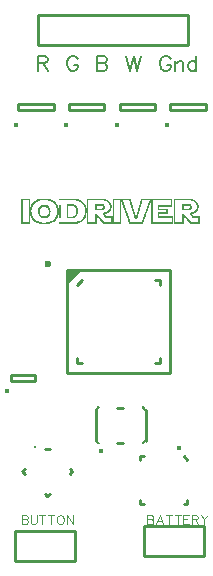
<source format=gto>
G04 DipTrace 2.4.0.2*
%INIoDriverRevF2.gto*%
%MOIN*%
%ADD10C,0.0098*%
%ADD12C,0.003*%
%ADD15C,0.0118*%
%ADD17C,0.0157*%
%ADD23C,0.0236*%
%ADD31C,0.0154*%
%ADD42O,0.0154X0.0162*%
%ADD104C,0.0077*%
%ADD105C,0.0046*%
%FSLAX44Y44*%
G04*
G70*
G90*
G75*
G01*
%LNTopSilk*%
%LPD*%
X9937Y21249D2*
D10*
X4937D1*
Y22250D1*
X9937D1*
Y21249D1*
X4187Y5062D2*
X6187D1*
Y4062D1*
X4187D1*
Y5062D1*
X8477Y5206D2*
X10477D1*
Y4206D1*
X8477D1*
Y5206D1*
D31*
X3918Y9721D3*
X4049Y10065D2*
D10*
X4837D1*
Y10261D1*
X4049D1*
Y10065D1*
D31*
X7566Y18602D3*
X7658Y19104D2*
D10*
X8839D1*
Y19301D1*
X7658D1*
Y19104D1*
D31*
X5879Y18602D3*
X5971Y19104D2*
D10*
X7152D1*
Y19301D1*
X5971D1*
Y19104D1*
D31*
X4191Y18602D3*
X4283Y19104D2*
D10*
X5464D1*
Y19301D1*
X4283D1*
Y19104D1*
D31*
X9254Y18602D3*
X9346Y19104D2*
D10*
X10527D1*
Y19301D1*
X9346D1*
Y19104D1*
X5906Y13762D2*
X9331D1*
Y10337D1*
X5906D1*
Y13762D1*
D23*
X5256Y13940D3*
G36*
X5914Y13746D2*
X6288Y13739D1*
X5914Y13746D1*
G37*
G36*
X5965Y13782D2*
X6437D1*
X5886Y13231D1*
X5965Y13782D1*
G37*
X8839Y13428D2*
D10*
X8997D1*
Y13270D1*
X8839Y10672D2*
X8997D1*
Y10829D2*
Y10672D1*
X6239D2*
X6397D1*
X6239Y10829D2*
Y10672D1*
X6397Y13428D2*
X6239Y13270D1*
X5994Y7131D2*
X6077Y7048D1*
X5994Y6964D1*
X5158Y6296D2*
X5242Y6212D1*
X5325Y6296D2*
X5242Y6212D1*
X4407Y7048D2*
X4490Y6964D1*
Y7131D2*
X4407Y7048D1*
D15*
X4852Y7855D3*
X5325Y7800D2*
D10*
X5158Y7799D1*
X9802Y7540D2*
X9920Y7422D1*
X8345Y7540D2*
Y7422D1*
Y7540D2*
X8463D1*
X8345Y5964D2*
X8463D1*
X8345D2*
Y6082D1*
X9920Y5964D2*
X9802D1*
X9920D2*
Y6082D1*
D42*
X9623Y7813D3*
X7781Y7987D2*
D10*
X7584D1*
X6868Y8066D2*
Y9090D1*
X7781Y9168D2*
X7584D1*
X8522Y9090D2*
Y8066D1*
X8444Y7987D2*
G02X8522Y8066I79J0D01*
G01*
X6868D2*
G02X6947Y7987I0J-79D01*
G01*
X8522Y9090D2*
G02X8444Y9168I0J79D01*
G01*
X6947D2*
G02X6868Y9090I-79J0D01*
G01*
D17*
X7035Y7737D3*
X5030Y16137D2*
D12*
X5240D1*
X4387Y16122D2*
X4641D1*
X4974D2*
X5293D1*
X5644D2*
X6212D1*
X6571D2*
X7140D1*
X7424D2*
X7992D1*
X8381D2*
X9384D1*
X9473D2*
X10042D1*
X4387Y16107D2*
X4641D1*
X4927D2*
X5019D1*
X5233D2*
X5340D1*
X5644D2*
X6261D1*
X6571D2*
X7181D1*
X7424D2*
X7678D1*
X7709D2*
X7999D1*
X8374D2*
X9384D1*
X9473D2*
X10083D1*
X4387Y16092D2*
X4417D1*
X4626D2*
X4641D1*
X4888D2*
X4968D1*
X5293D2*
X5378D1*
X6221D2*
X6303D1*
X6571D2*
X6586D1*
X7152D2*
X7215D1*
X7424D2*
X7454D1*
X7663D2*
X7678D1*
X7711D2*
X7740D1*
X7975D2*
X8004D1*
X8368D2*
X8381D1*
X8668D2*
X8725D1*
X9369D2*
X9384D1*
X9473D2*
X9488D1*
X10054D2*
X10118D1*
X4387Y16077D2*
X4417D1*
X4626D2*
X4641D1*
X4857D2*
X4924D1*
X5341D2*
X5409D1*
X6268D2*
X6338D1*
X6571D2*
X6586D1*
X7190D2*
X7243D1*
X7424D2*
X7454D1*
X7663D2*
X7678D1*
X7715D2*
X7744D1*
X7984D2*
X8008D1*
X8362D2*
X8381D1*
X8657D2*
X8666D1*
X8695D2*
X8725D1*
X9369D2*
X9384D1*
X9473D2*
X9488D1*
X10092D2*
X10145D1*
X4387Y16062D2*
X4417D1*
X4626D2*
X4641D1*
X4831D2*
X4887D1*
X5379D2*
X5435D1*
X6308D2*
X6365D1*
X6571D2*
X6586D1*
X7222D2*
X7266D1*
X7424D2*
X7454D1*
X7663D2*
X7678D1*
X7720D2*
X7748D1*
X7991D2*
X8013D1*
X8357D2*
X8379D1*
X8649D2*
X8663D1*
X8695D2*
X8725D1*
X9369D2*
X9384D1*
X9473D2*
X9488D1*
X10124D2*
X10169D1*
X4387Y16047D2*
X4417D1*
X4626D2*
X4641D1*
X4810D2*
X4856D1*
X5407D2*
X5457D1*
X6340D2*
X6387D1*
X6571D2*
X6586D1*
X7248D2*
X7286D1*
X7424D2*
X7454D1*
X7663D2*
X7678D1*
X7727D2*
X7753D1*
X7997D2*
X8018D1*
X8353D2*
X8375D1*
X8642D2*
X8659D1*
X8695D2*
X8725D1*
X9369D2*
X9384D1*
X9473D2*
X9488D1*
X10151D2*
X10188D1*
X4387Y16032D2*
X4417D1*
X4626D2*
X4641D1*
X4793D2*
X4831D1*
X5431D2*
X5476D1*
X6366D2*
X6404D1*
X6571D2*
X6586D1*
X7269D2*
X7302D1*
X7424D2*
X7454D1*
X7663D2*
X7678D1*
X7732D2*
X7758D1*
X8002D2*
X8022D1*
X8350D2*
X8371D1*
X8636D2*
X8655D1*
X8695D2*
X8725D1*
X9369D2*
X9384D1*
X9473D2*
X9488D1*
X10172D2*
X10204D1*
X4387Y16017D2*
X4417D1*
X4626D2*
X4641D1*
X4777D2*
X4810D1*
X5450D2*
X5492D1*
X6387D2*
X6421D1*
X6571D2*
X6586D1*
X7287D2*
X7315D1*
X7424D2*
X7454D1*
X7663D2*
X7678D1*
X7738D2*
X7763D1*
X8005D2*
X8027D1*
X8346D2*
X8366D1*
X8631D2*
X8651D1*
X8695D2*
X8725D1*
X9369D2*
X9384D1*
X9473D2*
X9488D1*
X10189D2*
X10218D1*
X4387Y16002D2*
X4417D1*
X4626D2*
X4641D1*
X4761D2*
X4793D1*
X5467D2*
X5506D1*
X6405D2*
X6436D1*
X6571D2*
X6586D1*
X7300D2*
X7325D1*
X7424D2*
X7454D1*
X7663D2*
X7678D1*
X7743D2*
X7768D1*
X8009D2*
X8032D1*
X8341D2*
X8361D1*
X8626D2*
X8646D1*
X8695D2*
X8725D1*
X9369D2*
X9384D1*
X9473D2*
X9488D1*
X10203D2*
X10228D1*
X4387Y15987D2*
X4417D1*
X4626D2*
X4641D1*
X4747D2*
X4777D1*
X5481D2*
X5518D1*
X6420D2*
X6449D1*
X6571D2*
X6586D1*
X7310D2*
X7332D1*
X7424D2*
X7454D1*
X7663D2*
X7678D1*
X7748D2*
X7773D1*
X8013D2*
X8037D1*
X8336D2*
X8356D1*
X8621D2*
X8641D1*
X8695D2*
X8725D1*
X9369D2*
X9384D1*
X9473D2*
X9488D1*
X10213D2*
X10235D1*
X4387Y15972D2*
X4417D1*
X4626D2*
X4641D1*
X4734D2*
X4764D1*
X5495D2*
X5528D1*
X6434D2*
X6460D1*
X6571D2*
X6586D1*
X7317D2*
X7338D1*
X7424D2*
X7454D1*
X7663D2*
X7678D1*
X7753D2*
X7778D1*
X8018D2*
X8042D1*
X8331D2*
X8352D1*
X8616D2*
X8636D1*
X8695D2*
X8725D1*
X9369D2*
X9384D1*
X9473D2*
X9488D1*
X10220D2*
X10241D1*
X4387Y15957D2*
X4417D1*
X4626D2*
X4641D1*
X4723D2*
X4753D1*
X5507D2*
X5539D1*
X6445D2*
X6469D1*
X6571D2*
X6586D1*
X7323D2*
X7343D1*
X7424D2*
X7454D1*
X7663D2*
X7678D1*
X7758D2*
X7783D1*
X8022D2*
X8047D1*
X8326D2*
X8346D1*
X8611D2*
X8631D1*
X8695D2*
X8725D1*
X9369D2*
X9384D1*
X9473D2*
X9488D1*
X10226D2*
X10246D1*
X4387Y15942D2*
X4417D1*
X4626D2*
X4641D1*
X4714D2*
X4743D1*
X5517D2*
X5548D1*
X5898D2*
X6107D1*
X6454D2*
X6477D1*
X6571D2*
X6586D1*
X6840D2*
X7095D1*
X7328D2*
X7347D1*
X7424D2*
X7454D1*
X7663D2*
X7678D1*
X7763D2*
X7788D1*
X8027D2*
X8050D1*
X8322D2*
X8342D1*
X8606D2*
X8626D1*
X8695D2*
X8725D1*
X9369D2*
X9384D1*
X9473D2*
X9488D1*
X9743D2*
X9997D1*
X10231D2*
X10249D1*
X4387Y15927D2*
X4417D1*
X4626D2*
X4641D1*
X4707D2*
X4735D1*
X5060D2*
X5195D1*
X5526D2*
X5556D1*
X5898D2*
X6136D1*
X6462D2*
X6485D1*
X6571D2*
X6586D1*
X6840D2*
X7104D1*
X7331D2*
X7350D1*
X7424D2*
X7454D1*
X7663D2*
X7678D1*
X7768D2*
X7793D1*
X8032D2*
X8054D1*
X8317D2*
X8338D1*
X8601D2*
X8621D1*
X8695D2*
X8725D1*
X9369D2*
X9384D1*
X9473D2*
X9488D1*
X9743D2*
X10006D1*
X10234D2*
X10253D1*
X4387Y15912D2*
X4417D1*
X4626D2*
X4641D1*
X4702D2*
X4728D1*
X5033D2*
X5223D1*
X5535D2*
X5563D1*
X5644D2*
X5658D1*
X5898D2*
X5913D1*
X6119D2*
X6160D1*
X6470D2*
X6492D1*
X6571D2*
X6586D1*
X6840D2*
X6870D1*
X7079D2*
X7112D1*
X7333D2*
X7355D1*
X7424D2*
X7454D1*
X7663D2*
X7678D1*
X7773D2*
X7798D1*
X8037D2*
X8058D1*
X8312D2*
X8335D1*
X8596D2*
X8615D1*
X8695D2*
X8725D1*
X8935D2*
X9384D1*
X9473D2*
X9488D1*
X9743D2*
X9773D1*
X9981D2*
X10014D1*
X10235D2*
X10257D1*
X4387Y15897D2*
X4417D1*
X4626D2*
X4641D1*
X4696D2*
X4722D1*
X5010D2*
X5246D1*
X5542D2*
X5568D1*
X5644D2*
X5658D1*
X5898D2*
X5913D1*
X6142D2*
X6178D1*
X6477D2*
X6499D1*
X6571D2*
X6586D1*
X6840D2*
X6870D1*
X7092D2*
X7118D1*
X7334D2*
X7358D1*
X7424D2*
X7454D1*
X7663D2*
X7678D1*
X7778D2*
X7803D1*
X8042D2*
X8063D1*
X8309D2*
X8331D1*
X8591D2*
X8609D1*
X8695D2*
X8725D1*
X8935D2*
X9384D1*
X9473D2*
X9488D1*
X9743D2*
X9773D1*
X9994D2*
X10020D1*
X10236D2*
X10261D1*
X4387Y15882D2*
X4417D1*
X4626D2*
X4641D1*
X4691D2*
X4716D1*
X4992D2*
X5061D1*
X5189D2*
X5264D1*
X5548D2*
X5574D1*
X5644D2*
X5658D1*
X5898D2*
X5913D1*
X6160D2*
X6193D1*
X6484D2*
X6505D1*
X6571D2*
X6586D1*
X6840D2*
X6870D1*
X7100D2*
X7122D1*
X7334D2*
X7359D1*
X7424D2*
X7454D1*
X7663D2*
X7678D1*
X7783D2*
X7808D1*
X8047D2*
X8067D1*
X8305D2*
X8326D1*
X8585D2*
X8602D1*
X8695D2*
X8725D1*
X8935D2*
X8950D1*
X9473D2*
X9488D1*
X9743D2*
X9773D1*
X10003D2*
X10024D1*
X10236D2*
X10261D1*
X4387Y15867D2*
X4417D1*
X4626D2*
X4641D1*
X4686D2*
X4711D1*
X4979D2*
X5036D1*
X5221D2*
X5277D1*
X5553D2*
X5578D1*
X5644D2*
X5658D1*
X5898D2*
X5913D1*
X6174D2*
X6205D1*
X6490D2*
X6509D1*
X6571D2*
X6586D1*
X6840D2*
X6870D1*
X7106D2*
X7123D1*
X7334D2*
X7357D1*
X7424D2*
X7454D1*
X7663D2*
X7678D1*
X7788D2*
X7813D1*
X8050D2*
X8072D1*
X8301D2*
X8321D1*
X8579D2*
X8596D1*
X8695D2*
X8725D1*
X8935D2*
X8950D1*
X9473D2*
X9488D1*
X9743D2*
X9773D1*
X10009D2*
X10026D1*
X10236D2*
X10259D1*
X4387Y15852D2*
X4417D1*
X4626D2*
X4641D1*
X4681D2*
X4706D1*
X4968D2*
X5016D1*
X5244D2*
X5287D1*
X5559D2*
X5582D1*
X5644D2*
X5658D1*
X5898D2*
X5913D1*
X6184D2*
X6214D1*
X6493D2*
X6513D1*
X6571D2*
X6586D1*
X6840D2*
X6870D1*
X7106D2*
X7124D1*
X7333D2*
X7354D1*
X7424D2*
X7454D1*
X7663D2*
X7678D1*
X7793D2*
X7818D1*
X8054D2*
X8077D1*
X8296D2*
X8316D1*
X8572D2*
X8591D1*
X8695D2*
X8725D1*
X8935D2*
X8950D1*
X9473D2*
X9488D1*
X9743D2*
X9773D1*
X10009D2*
X10026D1*
X10236D2*
X10256D1*
X4387Y15837D2*
X4417D1*
X4626D2*
X4641D1*
X4677D2*
X4703D1*
X4960D2*
X5000D1*
X5259D2*
X5295D1*
X5563D2*
X5585D1*
X5644D2*
X5658D1*
X5898D2*
X5913D1*
X6193D2*
X6220D1*
X6495D2*
X6517D1*
X6571D2*
X6586D1*
X6840D2*
X6870D1*
X7100D2*
X7124D1*
X7332D2*
X7351D1*
X7424D2*
X7454D1*
X7663D2*
X7678D1*
X7798D2*
X7823D1*
X8058D2*
X8080D1*
X8292D2*
X8311D1*
X8566D2*
X8586D1*
X8695D2*
X8725D1*
X8935D2*
X8950D1*
X9473D2*
X9488D1*
X9743D2*
X9773D1*
X10003D2*
X10026D1*
X10234D2*
X10253D1*
X4387Y15823D2*
X4417D1*
X4626D2*
X4641D1*
X4674D2*
X4700D1*
X4952D2*
X4988D1*
X5271D2*
X5302D1*
X5566D2*
X5589D1*
X5644D2*
X5658D1*
X5898D2*
X5913D1*
X6200D2*
X6224D1*
X6496D2*
X6521D1*
X6571D2*
X6586D1*
X6840D2*
X6870D1*
X7090D2*
X7121D1*
X7327D2*
X7347D1*
X7424D2*
X7454D1*
X7663D2*
X7678D1*
X7803D2*
X7828D1*
X8063D2*
X8083D1*
X8287D2*
X8307D1*
X8561D2*
X8581D1*
X8695D2*
X8725D1*
X8935D2*
X8950D1*
X9473D2*
X9488D1*
X9743D2*
X9773D1*
X9993D2*
X10024D1*
X10230D2*
X10250D1*
X4387Y15808D2*
X4417D1*
X4626D2*
X4641D1*
X4672D2*
X4695D1*
X4947D2*
X4979D1*
X5280D2*
X5308D1*
X5568D2*
X5593D1*
X5644D2*
X5658D1*
X5898D2*
X5913D1*
X6206D2*
X6226D1*
X6497D2*
X6524D1*
X6571D2*
X6586D1*
X6840D2*
X6870D1*
X7078D2*
X7115D1*
X7322D2*
X7343D1*
X7424D2*
X7454D1*
X7663D2*
X7678D1*
X7810D2*
X7833D1*
X8067D2*
X8088D1*
X8281D2*
X8302D1*
X8556D2*
X8576D1*
X8695D2*
X8725D1*
X8935D2*
X8950D1*
X9473D2*
X9488D1*
X9743D2*
X9773D1*
X9980D2*
X10018D1*
X10224D2*
X10245D1*
X4387Y15793D2*
X4417D1*
X4626D2*
X4641D1*
X4671D2*
X4691D1*
X4943D2*
X4974D1*
X5287D2*
X5312D1*
X5569D2*
X5596D1*
X5644D2*
X5658D1*
X5898D2*
X5913D1*
X6209D2*
X6227D1*
X6499D2*
X6525D1*
X6571D2*
X6586D1*
X6840D2*
X7106D1*
X7315D2*
X7337D1*
X7424D2*
X7454D1*
X7663D2*
X7678D1*
X7816D2*
X7838D1*
X8072D2*
X8092D1*
X8277D2*
X8297D1*
X8551D2*
X8571D1*
X8695D2*
X8725D1*
X8935D2*
X9234D1*
X9473D2*
X9488D1*
X9743D2*
X10008D1*
X10217D2*
X10239D1*
X4387Y15778D2*
X4417D1*
X4626D2*
X4642D1*
X4671D2*
X4689D1*
X4942D2*
X4969D1*
X5293D2*
X5314D1*
X5571D2*
X5598D1*
X5644D2*
X5658D1*
X5898D2*
X5913D1*
X6211D2*
X6229D1*
X6502D2*
X6526D1*
X6571D2*
X6586D1*
X6840D2*
X7095D1*
X7307D2*
X7330D1*
X7424D2*
X7454D1*
X7663D2*
X7678D1*
X7822D2*
X7843D1*
X8077D2*
X8097D1*
X8272D2*
X8294D1*
X8546D2*
X8566D1*
X8695D2*
X8725D1*
X8935D2*
X9234D1*
X9473D2*
X9488D1*
X9743D2*
X9997D1*
X10209D2*
X10232D1*
X4387Y15763D2*
X4417D1*
X4626D2*
X4644D1*
X4668D2*
X4687D1*
X4941D2*
X4965D1*
X5296D2*
X5316D1*
X5575D2*
X5598D1*
X5644D2*
X5658D1*
X5898D2*
X5913D1*
X6212D2*
X6232D1*
X6506D2*
X6526D1*
X6571D2*
X6586D1*
X7297D2*
X7322D1*
X7424D2*
X7454D1*
X7663D2*
X7678D1*
X7827D2*
X7848D1*
X8082D2*
X8102D1*
X8267D2*
X8290D1*
X8541D2*
X8561D1*
X8695D2*
X8725D1*
X9204D2*
X9234D1*
X9473D2*
X9488D1*
X10200D2*
X10224D1*
X4387Y15748D2*
X4417D1*
X4626D2*
X4649D1*
X4663D2*
X4686D1*
X4941D2*
X4961D1*
X5298D2*
X5320D1*
X5579D2*
X5598D1*
X5644D2*
X5658D1*
X5898D2*
X5913D1*
X6212D2*
X6234D1*
X6509D2*
X6526D1*
X6571D2*
X6586D1*
X7283D2*
X7313D1*
X7424D2*
X7454D1*
X7663D2*
X7678D1*
X7833D2*
X7853D1*
X8087D2*
X8107D1*
X8264D2*
X8286D1*
X8536D2*
X8555D1*
X8695D2*
X8725D1*
X9204D2*
X9234D1*
X9473D2*
X9488D1*
X10185D2*
X10215D1*
X4387Y15733D2*
X4417D1*
X4626D2*
X4686D1*
X4940D2*
X4958D1*
X5299D2*
X5322D1*
X5581D2*
X5599D1*
X5644D2*
X5658D1*
X5898D2*
X5913D1*
X6212D2*
X6233D1*
X6510D2*
X6526D1*
X6571D2*
X6586D1*
X7264D2*
X7301D1*
X7424D2*
X7454D1*
X7663D2*
X7678D1*
X7838D2*
X7858D1*
X8092D2*
X8112D1*
X8260D2*
X8281D1*
X8531D2*
X8549D1*
X8695D2*
X8725D1*
X9204D2*
X9234D1*
X9473D2*
X9488D1*
X10166D2*
X10204D1*
X4387Y15718D2*
X4417D1*
X4626D2*
X4686D1*
X4940D2*
X4959D1*
X5299D2*
X5321D1*
X5582D2*
X5599D1*
X5644D2*
X5658D1*
X5898D2*
X5913D1*
X6212D2*
X6231D1*
X6508D2*
X6526D1*
X6571D2*
X6586D1*
X7239D2*
X7287D1*
X7424D2*
X7454D1*
X7663D2*
X7678D1*
X7843D2*
X7863D1*
X8095D2*
X8117D1*
X8256D2*
X8277D1*
X8526D2*
X8542D1*
X8695D2*
X8725D1*
X9204D2*
X9234D1*
X9473D2*
X9488D1*
X10141D2*
X10190D1*
X4387Y15703D2*
X4417D1*
X4626D2*
X4686D1*
X4940D2*
X4962D1*
X5299D2*
X5318D1*
X5581D2*
X5599D1*
X5644D2*
X5658D1*
X5898D2*
X5913D1*
X6212D2*
X6229D1*
X6505D2*
X6526D1*
X6571D2*
X6586D1*
X7208D2*
X7271D1*
X7424D2*
X7454D1*
X7663D2*
X7678D1*
X7848D2*
X7870D1*
X8098D2*
X8122D1*
X8251D2*
X8272D1*
X8521D2*
X8537D1*
X8695D2*
X8725D1*
X9204D2*
X9234D1*
X9473D2*
X9488D1*
X10111D2*
X10173D1*
X4387Y15688D2*
X4417D1*
X4626D2*
X4641D1*
X4671D2*
X4687D1*
X4941D2*
X4965D1*
X5299D2*
X5316D1*
X5577D2*
X5599D1*
X5644D2*
X5658D1*
X5898D2*
X5913D1*
X6211D2*
X6228D1*
X6501D2*
X6526D1*
X6571D2*
X6586D1*
X7175D2*
X7249D1*
X7424D2*
X7454D1*
X7663D2*
X7678D1*
X7853D2*
X7876D1*
X8103D2*
X8125D1*
X8247D2*
X8267D1*
X8516D2*
X8531D1*
X8695D2*
X8725D1*
X9204D2*
X9234D1*
X9473D2*
X9488D1*
X10078D2*
X10151D1*
X4387Y15673D2*
X4417D1*
X4626D2*
X4641D1*
X4671D2*
X4689D1*
X4943D2*
X4968D1*
X5297D2*
X5315D1*
X5574D2*
X5598D1*
X5644D2*
X5658D1*
X5898D2*
X5913D1*
X6210D2*
X6227D1*
X6499D2*
X6524D1*
X6571D2*
X6586D1*
X7147D2*
X7221D1*
X7424D2*
X7454D1*
X7663D2*
X7678D1*
X7858D2*
X7882D1*
X8107D2*
X8128D1*
X8242D2*
X8264D1*
X8510D2*
X8526D1*
X8695D2*
X8725D1*
X8935D2*
X9234D1*
X9473D2*
X9488D1*
X10049D2*
X10124D1*
X4387Y15658D2*
X4417D1*
X4626D2*
X4641D1*
X4671D2*
X4692D1*
X4947D2*
X4970D1*
X5293D2*
X5314D1*
X5571D2*
X5596D1*
X5644D2*
X5658D1*
X5898D2*
X5913D1*
X6206D2*
X6225D1*
X6497D2*
X6520D1*
X6571D2*
X6586D1*
X7125D2*
X7192D1*
X7424D2*
X7454D1*
X7663D2*
X7678D1*
X7863D2*
X7887D1*
X8112D2*
X8133D1*
X8237D2*
X8260D1*
X8504D2*
X8521D1*
X8695D2*
X8725D1*
X8935D2*
X9234D1*
X9473D2*
X9488D1*
X10027D2*
X10094D1*
X4387Y15643D2*
X4417D1*
X4626D2*
X4641D1*
X4672D2*
X4696D1*
X4951D2*
X4973D1*
X5289D2*
X5312D1*
X5569D2*
X5593D1*
X5644D2*
X5658D1*
X5898D2*
X5913D1*
X6201D2*
X6221D1*
X6497D2*
X6516D1*
X6571D2*
X6586D1*
X7116D2*
X7167D1*
X7424D2*
X7454D1*
X7663D2*
X7678D1*
X7868D2*
X7893D1*
X8117D2*
X8137D1*
X8232D2*
X8256D1*
X8497D2*
X8516D1*
X8695D2*
X8725D1*
X8935D2*
X8950D1*
X9473D2*
X9488D1*
X10018D2*
X10069D1*
X4387Y15628D2*
X4417D1*
X4626D2*
X4641D1*
X4674D2*
X4699D1*
X4955D2*
X4979D1*
X5284D2*
X5308D1*
X5567D2*
X5589D1*
X5644D2*
X5658D1*
X5898D2*
X5913D1*
X6196D2*
X6216D1*
X6496D2*
X6514D1*
X6571D2*
X6586D1*
X7114D2*
X7147D1*
X7424D2*
X7454D1*
X7663D2*
X7678D1*
X7873D2*
X7898D1*
X8122D2*
X8142D1*
X8227D2*
X8251D1*
X8492D2*
X8511D1*
X8695D2*
X8725D1*
X8935D2*
X8950D1*
X9473D2*
X9488D1*
X10016D2*
X10050D1*
X4387Y15613D2*
X4417D1*
X4626D2*
X4641D1*
X4677D2*
X4702D1*
X4961D2*
X4987D1*
X5276D2*
X5301D1*
X5563D2*
X5586D1*
X5644D2*
X5658D1*
X5898D2*
X5913D1*
X6189D2*
X6211D1*
X6494D2*
X6512D1*
X6571D2*
X6586D1*
X6825D2*
X6870D1*
X7120D2*
X7150D1*
X7424D2*
X7454D1*
X7663D2*
X7678D1*
X7878D2*
X7902D1*
X8127D2*
X8147D1*
X8222D2*
X8247D1*
X8486D2*
X8506D1*
X8695D2*
X8725D1*
X8935D2*
X8950D1*
X9473D2*
X9488D1*
X9728D2*
X9773D1*
X10022D2*
X10052D1*
X4387Y15598D2*
X4417D1*
X4626D2*
X4641D1*
X4682D2*
X4707D1*
X4968D2*
X4997D1*
X5264D2*
X5293D1*
X5558D2*
X5582D1*
X5644D2*
X5658D1*
X5898D2*
X5913D1*
X6178D2*
X6204D1*
X6490D2*
X6509D1*
X6571D2*
X6586D1*
X6825D2*
X6885D1*
X7129D2*
X7160D1*
X7424D2*
X7454D1*
X7663D2*
X7678D1*
X7885D2*
X7908D1*
X8132D2*
X8152D1*
X8219D2*
X8242D1*
X8481D2*
X8501D1*
X8695D2*
X8725D1*
X8935D2*
X8950D1*
X9473D2*
X9488D1*
X9728D2*
X9788D1*
X10031D2*
X10062D1*
X4387Y15583D2*
X4417D1*
X4626D2*
X4641D1*
X4686D2*
X4711D1*
X4977D2*
X5011D1*
X5248D2*
X5281D1*
X5554D2*
X5578D1*
X5644D2*
X5658D1*
X5898D2*
X5913D1*
X6162D2*
X6193D1*
X6486D2*
X6505D1*
X6571D2*
X6586D1*
X6825D2*
X6900D1*
X7141D2*
X7172D1*
X7424D2*
X7454D1*
X7663D2*
X7678D1*
X7891D2*
X7913D1*
X8137D2*
X8157D1*
X8215D2*
X8237D1*
X8476D2*
X8496D1*
X8695D2*
X8725D1*
X8935D2*
X8950D1*
X9473D2*
X9488D1*
X9728D2*
X9803D1*
X10043D2*
X10074D1*
X4387Y15568D2*
X4417D1*
X4626D2*
X4641D1*
X4691D2*
X4716D1*
X4990D2*
X5053D1*
X5204D2*
X5267D1*
X5548D2*
X5573D1*
X5644D2*
X5658D1*
X5898D2*
X5913D1*
X6142D2*
X6179D1*
X6481D2*
X6501D1*
X6571D2*
X6586D1*
X6825D2*
X6855D1*
X6885D2*
X6915D1*
X7152D2*
X7185D1*
X7424D2*
X7454D1*
X7663D2*
X7678D1*
X7897D2*
X7917D1*
X8140D2*
X8162D1*
X8211D2*
X8232D1*
X8471D2*
X8491D1*
X8695D2*
X8725D1*
X8935D2*
X8950D1*
X9473D2*
X9488D1*
X9728D2*
X9758D1*
X9788D2*
X9818D1*
X10055D2*
X10088D1*
X4387Y15553D2*
X4417D1*
X4626D2*
X4641D1*
X4696D2*
X4722D1*
X5007D2*
X5117D1*
X5139D2*
X5248D1*
X5542D2*
X5569D1*
X5644D2*
X5658D1*
X5898D2*
X5913D1*
X6118D2*
X6161D1*
X6476D2*
X6496D1*
X6571D2*
X6586D1*
X6825D2*
X6855D1*
X6900D2*
X6930D1*
X7162D2*
X7394D1*
X7424D2*
X7454D1*
X7663D2*
X7678D1*
X7902D2*
X7923D1*
X8143D2*
X8167D1*
X8206D2*
X8227D1*
X8466D2*
X8486D1*
X8695D2*
X8725D1*
X8935D2*
X9414D1*
X9473D2*
X9488D1*
X9728D2*
X9758D1*
X9803D2*
X9833D1*
X10064D2*
X10296D1*
X4387Y15538D2*
X4417D1*
X4626D2*
X4641D1*
X4701D2*
X4728D1*
X5032D2*
X5223D1*
X5535D2*
X5563D1*
X5644D2*
X5658D1*
X5898D2*
X6136D1*
X6469D2*
X6491D1*
X6571D2*
X6586D1*
X6825D2*
X6855D1*
X6915D2*
X6945D1*
X7170D2*
X7394D1*
X7424D2*
X7454D1*
X7663D2*
X7678D1*
X7907D2*
X7928D1*
X8148D2*
X8172D1*
X8201D2*
X8222D1*
X8461D2*
X8481D1*
X8695D2*
X8725D1*
X8935D2*
X9414D1*
X9473D2*
X9488D1*
X9728D2*
X9758D1*
X9818D2*
X9847D1*
X10072D2*
X10296D1*
X4387Y15523D2*
X4417D1*
X4626D2*
X4641D1*
X4707D2*
X4735D1*
X5060D2*
X5195D1*
X5527D2*
X5557D1*
X5898D2*
X6107D1*
X6460D2*
X6484D1*
X6571D2*
X6586D1*
X6825D2*
X6855D1*
X6930D2*
X6960D1*
X7379D2*
X7394D1*
X7424D2*
X7454D1*
X7663D2*
X7678D1*
X7913D2*
X7932D1*
X8152D2*
X8179D1*
X8195D2*
X8219D1*
X8456D2*
X8474D1*
X8695D2*
X8725D1*
X9399D2*
X9414D1*
X9473D2*
X9488D1*
X9728D2*
X9758D1*
X9833D2*
X9862D1*
X10281D2*
X10296D1*
X4387Y15508D2*
X4417D1*
X4626D2*
X4641D1*
X4714D2*
X4743D1*
X5518D2*
X5550D1*
X6451D2*
X6477D1*
X6571D2*
X6586D1*
X6825D2*
X6855D1*
X6945D2*
X6975D1*
X7379D2*
X7394D1*
X7424D2*
X7454D1*
X7663D2*
X7678D1*
X7917D2*
X7938D1*
X8157D2*
X8215D1*
X8451D2*
X8468D1*
X8695D2*
X8725D1*
X9399D2*
X9414D1*
X9473D2*
X9488D1*
X9728D2*
X9758D1*
X9847D2*
X9877D1*
X10281D2*
X10296D1*
X4387Y15493D2*
X4417D1*
X4626D2*
X4641D1*
X4723D2*
X4752D1*
X5508D2*
X5542D1*
X6441D2*
X6469D1*
X6571D2*
X6586D1*
X6825D2*
X6855D1*
X6960D2*
X6990D1*
X7379D2*
X7394D1*
X7424D2*
X7454D1*
X7663D2*
X7678D1*
X7923D2*
X7943D1*
X8164D2*
X8209D1*
X8446D2*
X8462D1*
X8695D2*
X8725D1*
X9399D2*
X9414D1*
X9473D2*
X9488D1*
X9728D2*
X9758D1*
X9862D2*
X9892D1*
X10281D2*
X10296D1*
X4387Y15478D2*
X4417D1*
X4626D2*
X4641D1*
X4733D2*
X4764D1*
X5499D2*
X5532D1*
X6431D2*
X6460D1*
X6571D2*
X6586D1*
X6825D2*
X6855D1*
X6975D2*
X7005D1*
X7379D2*
X7394D1*
X7424D2*
X7454D1*
X7663D2*
X7678D1*
X7928D2*
X7947D1*
X8172D2*
X8202D1*
X8441D2*
X8457D1*
X8695D2*
X8725D1*
X9399D2*
X9414D1*
X9473D2*
X9488D1*
X9728D2*
X9758D1*
X9877D2*
X9907D1*
X10281D2*
X10296D1*
X4387Y15463D2*
X4417D1*
X4626D2*
X4641D1*
X4745D2*
X4777D1*
X5488D2*
X5521D1*
X6419D2*
X6448D1*
X6571D2*
X6586D1*
X6825D2*
X6855D1*
X6989D2*
X7020D1*
X7379D2*
X7394D1*
X7424D2*
X7454D1*
X7663D2*
X7678D1*
X7932D2*
X7952D1*
X8436D2*
X8451D1*
X8695D2*
X8725D1*
X9399D2*
X9414D1*
X9473D2*
X9488D1*
X9728D2*
X9758D1*
X9892D2*
X9922D1*
X10281D2*
X10296D1*
X4387Y15449D2*
X4417D1*
X4626D2*
X4641D1*
X4756D2*
X4792D1*
X5474D2*
X5508D1*
X6405D2*
X6435D1*
X6571D2*
X6586D1*
X6825D2*
X6855D1*
X7002D2*
X7035D1*
X7379D2*
X7394D1*
X7424D2*
X7454D1*
X7663D2*
X7678D1*
X7938D2*
X7958D1*
X8429D2*
X8446D1*
X8695D2*
X8725D1*
X9399D2*
X9414D1*
X9473D2*
X9488D1*
X9728D2*
X9758D1*
X9905D2*
X9937D1*
X10281D2*
X10296D1*
X4387Y15434D2*
X4417D1*
X4626D2*
X4641D1*
X4769D2*
X4809D1*
X5456D2*
X5493D1*
X6389D2*
X6421D1*
X6571D2*
X6586D1*
X6825D2*
X6855D1*
X7014D2*
X7050D1*
X7379D2*
X7394D1*
X7424D2*
X7454D1*
X7663D2*
X7678D1*
X7943D2*
X7962D1*
X8423D2*
X8441D1*
X8695D2*
X8725D1*
X9399D2*
X9414D1*
X9473D2*
X9488D1*
X9728D2*
X9758D1*
X9916D2*
X9952D1*
X10281D2*
X10296D1*
X4387Y15419D2*
X4417D1*
X4626D2*
X4641D1*
X4785D2*
X4828D1*
X5435D2*
X5478D1*
X6369D2*
X6406D1*
X6571D2*
X6586D1*
X6825D2*
X6855D1*
X7025D2*
X7065D1*
X7379D2*
X7394D1*
X7424D2*
X7454D1*
X7663D2*
X7678D1*
X7947D2*
X7967D1*
X8417D2*
X8436D1*
X8695D2*
X8725D1*
X9399D2*
X9414D1*
X9473D2*
X9488D1*
X9728D2*
X9758D1*
X9927D2*
X9967D1*
X10281D2*
X10296D1*
X4387Y15404D2*
X4417D1*
X4626D2*
X4641D1*
X4804D2*
X4852D1*
X5411D2*
X5461D1*
X6344D2*
X6388D1*
X6571D2*
X6586D1*
X6825D2*
X6855D1*
X7037D2*
X7080D1*
X7379D2*
X7394D1*
X7424D2*
X7454D1*
X7663D2*
X7678D1*
X7952D2*
X7973D1*
X8412D2*
X8431D1*
X8695D2*
X8725D1*
X9399D2*
X9414D1*
X9473D2*
X9488D1*
X9728D2*
X9758D1*
X9940D2*
X9982D1*
X10281D2*
X10296D1*
X4387Y15389D2*
X4417D1*
X4626D2*
X4641D1*
X4826D2*
X4882D1*
X5382D2*
X5440D1*
X6309D2*
X6367D1*
X6571D2*
X6586D1*
X6825D2*
X6855D1*
X7051D2*
X7095D1*
X7379D2*
X7394D1*
X7424D2*
X7454D1*
X7663D2*
X7678D1*
X7958D2*
X7978D1*
X8406D2*
X8426D1*
X8695D2*
X8725D1*
X9399D2*
X9414D1*
X9473D2*
X9488D1*
X9728D2*
X9758D1*
X9953D2*
X9997D1*
X10281D2*
X10296D1*
X4387Y15374D2*
X4417D1*
X4626D2*
X4641D1*
X4851D2*
X4921D1*
X5342D2*
X5414D1*
X6261D2*
X6341D1*
X6571D2*
X6586D1*
X6825D2*
X6855D1*
X7065D2*
X7110D1*
X7379D2*
X7394D1*
X7424D2*
X7454D1*
X7663D2*
X7678D1*
X7962D2*
X7985D1*
X8402D2*
X8421D1*
X8695D2*
X8725D1*
X9399D2*
X9414D1*
X9473D2*
X9488D1*
X9728D2*
X9758D1*
X9968D2*
X10012D1*
X10281D2*
X10296D1*
X4387Y15359D2*
X4417D1*
X4626D2*
X4641D1*
X4882D2*
X4967D1*
X5291D2*
X5383D1*
X6202D2*
X6306D1*
X6571D2*
X6586D1*
X6825D2*
X6855D1*
X7080D2*
X7125D1*
X7379D2*
X7394D1*
X7424D2*
X7454D1*
X7663D2*
X7678D1*
X7968D2*
X7996D1*
X8399D2*
X8417D1*
X8695D2*
X8725D1*
X9399D2*
X9414D1*
X9473D2*
X9488D1*
X9728D2*
X9758D1*
X9982D2*
X10027D1*
X10281D2*
X10296D1*
X4387Y15344D2*
X4641D1*
X4923D2*
X5020D1*
X5230D2*
X5344D1*
X5644D2*
X6262D1*
X6571D2*
X6855D1*
X7095D2*
X7394D1*
X7424D2*
X7678D1*
X7973D2*
X8414D1*
X8695D2*
X9414D1*
X9473D2*
X9758D1*
X9997D2*
X10296D1*
X4387Y15329D2*
X4641D1*
X4974D2*
X5294D1*
X5644D2*
X6212D1*
X6571D2*
X6855D1*
X7110D2*
X7394D1*
X7424D2*
X7678D1*
X7977D2*
X8411D1*
X8695D2*
X9414D1*
X9473D2*
X9758D1*
X10012D2*
X10296D1*
X5030Y15314D2*
X5240D1*
X5030Y16137D2*
X4974Y16122D1*
X4927Y16107D1*
X4888Y16092D1*
X4857Y16077D1*
X4831Y16062D1*
X4810Y16047D1*
X4793Y16032D1*
X4777Y16017D1*
X4761Y16002D1*
X4747Y15987D1*
X4734Y15972D1*
X4723Y15957D1*
X4714Y15942D1*
X4707Y15927D1*
X4702Y15912D1*
X4696Y15897D1*
X4691Y15882D1*
X4686Y15867D1*
X4681Y15852D1*
X4677Y15837D1*
X4674Y15823D1*
X4672Y15808D1*
X4671Y15793D1*
Y15778D1*
X4668Y15763D1*
X4663Y15748D1*
X4656Y15733D1*
X5240Y16137D2*
X5293Y16122D1*
X5340Y16107D1*
X5378Y16092D1*
X5409Y16077D1*
X5435Y16062D1*
X5457Y16047D1*
X5476Y16032D1*
X5492Y16017D1*
X5506Y16002D1*
X5518Y15987D1*
X5528Y15972D1*
X5539Y15957D1*
X5548Y15942D1*
X5556Y15927D1*
X5563Y15912D1*
X5568Y15897D1*
X5574Y15882D1*
X5578Y15867D1*
X5582Y15852D1*
X5585Y15837D1*
X5589Y15823D1*
X5593Y15808D1*
X5596Y15793D1*
X5598Y15778D1*
Y15763D1*
Y15748D1*
X5599Y15733D1*
Y15718D1*
Y15703D1*
Y15688D1*
X5598Y15673D1*
X5596Y15658D1*
X5593Y15643D1*
X5589Y15628D1*
X5586Y15613D1*
X5582Y15598D1*
X5578Y15583D1*
X5573Y15568D1*
X5569Y15553D1*
X5563Y15538D1*
X5557Y15523D1*
X5550Y15508D1*
X5542Y15493D1*
X5532Y15478D1*
X5521Y15463D1*
X5508Y15449D1*
X5493Y15434D1*
X5478Y15419D1*
X5461Y15404D1*
X5440Y15389D1*
X5414Y15374D1*
X5383Y15359D1*
X5344Y15344D1*
X5294Y15329D1*
X5240Y15314D1*
X4387Y16122D2*
Y16107D1*
Y16092D1*
Y16077D1*
Y16062D1*
Y16047D1*
Y16032D1*
Y16017D1*
Y16002D1*
Y15987D1*
Y15972D1*
Y15957D1*
Y15942D1*
Y15927D1*
Y15912D1*
Y15897D1*
Y15882D1*
Y15867D1*
Y15852D1*
Y15837D1*
Y15823D1*
Y15808D1*
Y15793D1*
Y15778D1*
Y15763D1*
Y15748D1*
Y15733D1*
Y15718D1*
Y15703D1*
Y15688D1*
Y15673D1*
Y15658D1*
Y15643D1*
Y15628D1*
Y15613D1*
Y15598D1*
Y15583D1*
Y15568D1*
Y15553D1*
Y15538D1*
Y15523D1*
Y15508D1*
Y15493D1*
Y15478D1*
Y15463D1*
Y15449D1*
Y15434D1*
Y15419D1*
Y15404D1*
Y15389D1*
Y15374D1*
Y15359D1*
Y15344D1*
Y15329D1*
X4641Y16122D2*
Y16107D1*
Y16092D1*
Y16077D1*
Y16062D1*
Y16047D1*
Y16032D1*
Y16017D1*
Y16002D1*
Y15987D1*
Y15972D1*
Y15957D1*
Y15942D1*
Y15927D1*
Y15912D1*
Y15897D1*
Y15882D1*
Y15867D1*
Y15852D1*
Y15837D1*
Y15823D1*
Y15808D1*
Y15793D1*
X4642Y15778D1*
X4644Y15763D1*
X4649Y15748D1*
X4656Y15733D1*
X5644Y16122D2*
Y16107D1*
X6212Y16122D2*
X6261Y16107D1*
X6303Y16092D1*
X6338Y16077D1*
X6365Y16062D1*
X6387Y16047D1*
X6404Y16032D1*
X6421Y16017D1*
X6436Y16002D1*
X6449Y15987D1*
X6460Y15972D1*
X6469Y15957D1*
X6477Y15942D1*
X6485Y15927D1*
X6492Y15912D1*
X6499Y15897D1*
X6505Y15882D1*
X6509Y15867D1*
X6513Y15852D1*
X6517Y15837D1*
X6521Y15823D1*
X6524Y15808D1*
X6525Y15793D1*
X6526Y15778D1*
Y15763D1*
Y15748D1*
Y15733D1*
Y15718D1*
Y15703D1*
Y15688D1*
X6524Y15673D1*
X6520Y15658D1*
X6516Y15643D1*
X6514Y15628D1*
X6512Y15613D1*
X6509Y15598D1*
X6505Y15583D1*
X6501Y15568D1*
X6496Y15553D1*
X6491Y15538D1*
X6484Y15523D1*
X6477Y15508D1*
X6469Y15493D1*
X6460Y15478D1*
X6448Y15463D1*
X6435Y15449D1*
X6421Y15434D1*
X6406Y15419D1*
X6388Y15404D1*
X6367Y15389D1*
X6341Y15374D1*
X6306Y15359D1*
X6262Y15344D1*
X6212Y15329D1*
X6571Y16122D2*
Y16107D1*
Y16092D1*
Y16077D1*
Y16062D1*
Y16047D1*
Y16032D1*
Y16017D1*
Y16002D1*
Y15987D1*
Y15972D1*
Y15957D1*
Y15942D1*
Y15927D1*
Y15912D1*
Y15897D1*
Y15882D1*
Y15867D1*
Y15852D1*
Y15837D1*
Y15823D1*
Y15808D1*
Y15793D1*
Y15778D1*
Y15763D1*
Y15748D1*
Y15733D1*
Y15718D1*
Y15703D1*
Y15688D1*
Y15673D1*
Y15658D1*
Y15643D1*
Y15628D1*
Y15613D1*
Y15598D1*
Y15583D1*
Y15568D1*
Y15553D1*
Y15538D1*
Y15523D1*
Y15508D1*
Y15493D1*
Y15478D1*
Y15463D1*
Y15449D1*
Y15434D1*
Y15419D1*
Y15404D1*
Y15389D1*
Y15374D1*
Y15359D1*
Y15344D1*
Y15329D1*
X7140Y16122D2*
X7181Y16107D1*
X7215Y16092D1*
X7243Y16077D1*
X7266Y16062D1*
X7286Y16047D1*
X7302Y16032D1*
X7315Y16017D1*
X7325Y16002D1*
X7332Y15987D1*
X7338Y15972D1*
X7343Y15957D1*
X7347Y15942D1*
X7350Y15927D1*
X7355Y15912D1*
X7358Y15897D1*
X7359Y15882D1*
X7357Y15867D1*
X7354Y15852D1*
X7351Y15837D1*
X7347Y15823D1*
X7343Y15808D1*
X7337Y15793D1*
X7330Y15778D1*
X7322Y15763D1*
X7313Y15748D1*
X7301Y15733D1*
X7287Y15718D1*
X7271Y15703D1*
X7249Y15688D1*
X7221Y15673D1*
X7192Y15658D1*
X7167Y15643D1*
X7147Y15628D1*
X7150Y15613D1*
X7160Y15598D1*
X7172Y15583D1*
X7185Y15568D1*
X7199Y15553D1*
X7424Y16122D2*
Y16107D1*
Y16092D1*
Y16077D1*
Y16062D1*
Y16047D1*
Y16032D1*
Y16017D1*
Y16002D1*
Y15987D1*
Y15972D1*
Y15957D1*
Y15942D1*
Y15927D1*
Y15912D1*
Y15897D1*
Y15882D1*
Y15867D1*
Y15852D1*
Y15837D1*
Y15823D1*
Y15808D1*
Y15793D1*
Y15778D1*
Y15763D1*
Y15748D1*
Y15733D1*
Y15718D1*
Y15703D1*
Y15688D1*
Y15673D1*
Y15658D1*
Y15643D1*
Y15628D1*
Y15613D1*
Y15598D1*
Y15583D1*
Y15568D1*
Y15553D1*
Y15538D1*
Y15523D1*
Y15508D1*
Y15493D1*
Y15478D1*
Y15463D1*
Y15449D1*
Y15434D1*
Y15419D1*
Y15404D1*
Y15389D1*
Y15374D1*
Y15359D1*
Y15344D1*
Y15329D1*
X7992Y16122D2*
X7999Y16107D1*
X8004Y16092D1*
X8008Y16077D1*
X8013Y16062D1*
X8018Y16047D1*
X8022Y16032D1*
X8027Y16017D1*
X8032Y16002D1*
X8037Y15987D1*
X8042Y15972D1*
X8047Y15957D1*
X8050Y15942D1*
X8054Y15927D1*
X8058Y15912D1*
X8063Y15897D1*
X8067Y15882D1*
X8072Y15867D1*
X8077Y15852D1*
X8080Y15837D1*
X8083Y15823D1*
X8088Y15808D1*
X8092Y15793D1*
X8097Y15778D1*
X8102Y15763D1*
X8107Y15748D1*
X8112Y15733D1*
X8117Y15718D1*
X8122Y15703D1*
X8125Y15688D1*
X8128Y15673D1*
X8133Y15658D1*
X8137Y15643D1*
X8142Y15628D1*
X8147Y15613D1*
X8152Y15598D1*
X8157Y15583D1*
X8162Y15568D1*
X8167Y15553D1*
X8172Y15538D1*
X8179Y15523D1*
X8187Y15508D1*
X8381Y16122D2*
X8374Y16107D1*
X8368Y16092D1*
X8362Y16077D1*
X8357Y16062D1*
X8353Y16047D1*
X8350Y16032D1*
X8346Y16017D1*
X8341Y16002D1*
X8336Y15987D1*
X8331Y15972D1*
X8326Y15957D1*
X8322Y15942D1*
X8317Y15927D1*
X8312Y15912D1*
X8309Y15897D1*
X8305Y15882D1*
X8301Y15867D1*
X8296Y15852D1*
X8292Y15837D1*
X8287Y15823D1*
X8281Y15808D1*
X8277Y15793D1*
X8272Y15778D1*
X8267Y15763D1*
X8264Y15748D1*
X8260Y15733D1*
X8256Y15718D1*
X8251Y15703D1*
X8247Y15688D1*
X8242Y15673D1*
X8237Y15658D1*
X8232Y15643D1*
X8227Y15628D1*
X8222Y15613D1*
X8219Y15598D1*
X8215Y15583D1*
X8211Y15568D1*
X8206Y15553D1*
X8201Y15538D1*
X8195Y15523D1*
X8187Y15508D1*
X9384Y16122D2*
Y16107D1*
Y16092D1*
Y16077D1*
Y16062D1*
Y16047D1*
Y16032D1*
Y16017D1*
Y16002D1*
Y15987D1*
Y15972D1*
Y15957D1*
Y15942D1*
Y15927D1*
Y15912D1*
Y15897D1*
X9473Y16122D2*
Y16107D1*
Y16092D1*
Y16077D1*
Y16062D1*
Y16047D1*
Y16032D1*
Y16017D1*
Y16002D1*
Y15987D1*
Y15972D1*
Y15957D1*
Y15942D1*
Y15927D1*
Y15912D1*
Y15897D1*
Y15882D1*
Y15867D1*
Y15852D1*
Y15837D1*
Y15823D1*
Y15808D1*
Y15793D1*
Y15778D1*
Y15763D1*
Y15748D1*
Y15733D1*
Y15718D1*
Y15703D1*
Y15688D1*
Y15673D1*
Y15658D1*
Y15643D1*
Y15628D1*
Y15613D1*
Y15598D1*
Y15583D1*
Y15568D1*
Y15553D1*
Y15538D1*
Y15523D1*
Y15508D1*
Y15493D1*
Y15478D1*
Y15463D1*
Y15449D1*
Y15434D1*
Y15419D1*
Y15404D1*
Y15389D1*
Y15374D1*
Y15359D1*
Y15344D1*
Y15329D1*
X10042Y16122D2*
X10083Y16107D1*
X10118Y16092D1*
X10145Y16077D1*
X10169Y16062D1*
X10188Y16047D1*
X10204Y16032D1*
X10218Y16017D1*
X10228Y16002D1*
X10235Y15987D1*
X10241Y15972D1*
X10246Y15957D1*
X10249Y15942D1*
X10253Y15927D1*
X10257Y15912D1*
X10261Y15897D1*
Y15882D1*
X10259Y15867D1*
X10256Y15852D1*
X10253Y15837D1*
X10250Y15823D1*
X10245Y15808D1*
X10239Y15793D1*
X10232Y15778D1*
X10224Y15763D1*
X10215Y15748D1*
X10204Y15733D1*
X10190Y15718D1*
X10173Y15703D1*
X10151Y15688D1*
X10124Y15673D1*
X10094Y15658D1*
X10069Y15643D1*
X10050Y15628D1*
X10052Y15613D1*
X10062Y15598D1*
X10074Y15583D1*
X10088Y15568D1*
X10102Y15553D1*
X5075Y16122D2*
X5019Y16107D1*
X4968Y16092D1*
X4924Y16077D1*
X4887Y16062D1*
X4856Y16047D1*
X4831Y16032D1*
X4810Y16017D1*
X4793Y16002D1*
X4777Y15987D1*
X4764Y15972D1*
X4753Y15957D1*
X4743Y15942D1*
X4735Y15927D1*
X4728Y15912D1*
X4722Y15897D1*
X4716Y15882D1*
X4711Y15867D1*
X4706Y15852D1*
X4703Y15837D1*
X4700Y15823D1*
X4695Y15808D1*
X4691Y15793D1*
X4689Y15778D1*
X4687Y15763D1*
X4686Y15748D1*
Y15733D1*
Y15718D1*
Y15703D1*
X4687Y15688D1*
X4689Y15673D1*
X4692Y15658D1*
X4696Y15643D1*
X4699Y15628D1*
X4702Y15613D1*
X4707Y15598D1*
X4711Y15583D1*
X4716Y15568D1*
X4722Y15553D1*
X4728Y15538D1*
X4735Y15523D1*
X4743Y15508D1*
X4752Y15493D1*
X4764Y15478D1*
X4777Y15463D1*
X4792Y15449D1*
X4809Y15434D1*
X4828Y15419D1*
X4852Y15404D1*
X4882Y15389D1*
X4921Y15374D1*
X4967Y15359D1*
X5020Y15344D1*
X5075Y15329D1*
X5165Y16122D2*
X5233Y16107D1*
X5293Y16092D1*
X5341Y16077D1*
X5379Y16062D1*
X5407Y16047D1*
X5431Y16032D1*
X5450Y16017D1*
X5467Y16002D1*
X5481Y15987D1*
X5495Y15972D1*
X5507Y15957D1*
X5517Y15942D1*
X5526Y15927D1*
X5535Y15912D1*
X5542Y15897D1*
X5548Y15882D1*
X5553Y15867D1*
X5559Y15852D1*
X5563Y15837D1*
X5566Y15823D1*
X5568Y15808D1*
X5569Y15793D1*
X5571Y15778D1*
X5575Y15763D1*
X5579Y15748D1*
X5581Y15733D1*
X5582Y15718D1*
X5581Y15703D1*
X5577Y15688D1*
X5574Y15673D1*
X5571Y15658D1*
X5569Y15643D1*
X5567Y15628D1*
X5563Y15613D1*
X5558Y15598D1*
X5554Y15583D1*
X5548Y15568D1*
X5542Y15553D1*
X5535Y15538D1*
X5527Y15523D1*
X5518Y15508D1*
X5508Y15493D1*
X5499Y15478D1*
X5488Y15463D1*
X5474Y15449D1*
X5456Y15434D1*
X5435Y15419D1*
X5411Y15404D1*
X5382Y15389D1*
X5342Y15374D1*
X5291Y15359D1*
X5230Y15344D1*
X5165Y15329D1*
X7678Y16122D2*
Y16107D1*
Y16092D1*
Y16077D1*
Y16062D1*
Y16047D1*
Y16032D1*
Y16017D1*
Y16002D1*
Y15987D1*
Y15972D1*
Y15957D1*
Y15942D1*
Y15927D1*
Y15912D1*
Y15897D1*
Y15882D1*
Y15867D1*
Y15852D1*
Y15837D1*
Y15823D1*
Y15808D1*
Y15793D1*
Y15778D1*
Y15763D1*
Y15748D1*
Y15733D1*
Y15718D1*
Y15703D1*
Y15688D1*
Y15673D1*
Y15658D1*
Y15643D1*
Y15628D1*
Y15613D1*
Y15598D1*
Y15583D1*
Y15568D1*
Y15553D1*
Y15538D1*
Y15523D1*
Y15508D1*
Y15493D1*
Y15478D1*
Y15463D1*
Y15449D1*
Y15434D1*
Y15419D1*
Y15404D1*
Y15389D1*
Y15374D1*
Y15359D1*
Y15344D1*
Y15329D1*
X7708Y16122D2*
X7709Y16107D1*
X7711Y16092D1*
X7715Y16077D1*
X7720Y16062D1*
X7727Y16047D1*
X7732Y16032D1*
X7738Y16017D1*
X7743Y16002D1*
X7748Y15987D1*
X7753Y15972D1*
X7758Y15957D1*
X7763Y15942D1*
X7768Y15927D1*
X7773Y15912D1*
X7778Y15897D1*
X7783Y15882D1*
X7788Y15867D1*
X7793Y15852D1*
X7798Y15837D1*
X7803Y15823D1*
X7810Y15808D1*
X7816Y15793D1*
X7822Y15778D1*
X7827Y15763D1*
X7833Y15748D1*
X7838Y15733D1*
X7843Y15718D1*
X7848Y15703D1*
X7853Y15688D1*
X7858Y15673D1*
X7863Y15658D1*
X7868Y15643D1*
X7873Y15628D1*
X7878Y15613D1*
X7885Y15598D1*
X7891Y15583D1*
X7897Y15568D1*
X7902Y15553D1*
X7907Y15538D1*
X7913Y15523D1*
X7917Y15508D1*
X7923Y15493D1*
X7928Y15478D1*
X7932Y15463D1*
X7938Y15449D1*
X7943Y15434D1*
X7947Y15419D1*
X7952Y15404D1*
X7958Y15389D1*
X7962Y15374D1*
X7968Y15359D1*
X7973Y15344D1*
X7977Y15329D1*
X4417Y16107D2*
Y16092D1*
Y16077D1*
Y16062D1*
Y16047D1*
Y16032D1*
Y16017D1*
Y16002D1*
Y15987D1*
Y15972D1*
Y15957D1*
Y15942D1*
Y15927D1*
Y15912D1*
Y15897D1*
Y15882D1*
Y15867D1*
Y15852D1*
Y15837D1*
Y15823D1*
Y15808D1*
Y15793D1*
Y15778D1*
Y15763D1*
Y15748D1*
Y15733D1*
Y15718D1*
Y15703D1*
Y15688D1*
Y15673D1*
Y15658D1*
Y15643D1*
Y15628D1*
Y15613D1*
Y15598D1*
Y15583D1*
Y15568D1*
Y15553D1*
Y15538D1*
Y15523D1*
Y15508D1*
Y15493D1*
Y15478D1*
Y15463D1*
Y15449D1*
Y15434D1*
Y15419D1*
Y15404D1*
Y15389D1*
Y15374D1*
Y15359D1*
Y15344D1*
X4626Y16107D2*
Y16092D1*
Y16077D1*
Y16062D1*
Y16047D1*
Y16032D1*
Y16017D1*
Y16002D1*
Y15987D1*
Y15972D1*
Y15957D1*
Y15942D1*
Y15927D1*
Y15912D1*
Y15897D1*
Y15882D1*
Y15867D1*
Y15852D1*
Y15837D1*
Y15823D1*
Y15808D1*
Y15793D1*
Y15778D1*
Y15763D1*
Y15748D1*
Y15733D1*
Y15718D1*
Y15703D1*
Y15688D1*
Y15673D1*
Y15658D1*
Y15643D1*
Y15628D1*
Y15613D1*
Y15598D1*
Y15583D1*
Y15568D1*
Y15553D1*
Y15538D1*
Y15523D1*
Y15508D1*
Y15493D1*
Y15478D1*
Y15463D1*
Y15449D1*
Y15434D1*
Y15419D1*
Y15404D1*
Y15389D1*
Y15374D1*
Y15359D1*
Y15344D1*
X6167Y16107D2*
X6221Y16092D1*
X6268Y16077D1*
X6308Y16062D1*
X6340Y16047D1*
X6366Y16032D1*
X6387Y16017D1*
X6405Y16002D1*
X6420Y15987D1*
X6434Y15972D1*
X6445Y15957D1*
X6454Y15942D1*
X6462Y15927D1*
X6470Y15912D1*
X6477Y15897D1*
X6484Y15882D1*
X6490Y15867D1*
X6493Y15852D1*
X6495Y15837D1*
X6496Y15823D1*
X6497Y15808D1*
X6499Y15793D1*
X6502Y15778D1*
X6506Y15763D1*
X6509Y15748D1*
X6510Y15733D1*
X6508Y15718D1*
X6505Y15703D1*
X6501Y15688D1*
X6499Y15673D1*
X6497Y15658D1*
Y15643D1*
X6496Y15628D1*
X6494Y15613D1*
X6490Y15598D1*
X6486Y15583D1*
X6481Y15568D1*
X6476Y15553D1*
X6469Y15538D1*
X6460Y15523D1*
X6451Y15508D1*
X6441Y15493D1*
X6431Y15478D1*
X6419Y15463D1*
X6405Y15449D1*
X6389Y15434D1*
X6369Y15419D1*
X6344Y15404D1*
X6309Y15389D1*
X6261Y15374D1*
X6202Y15359D1*
X6137Y15344D1*
X6586Y16107D2*
Y16092D1*
Y16077D1*
Y16062D1*
Y16047D1*
Y16032D1*
Y16017D1*
Y16002D1*
Y15987D1*
Y15972D1*
Y15957D1*
Y15942D1*
Y15927D1*
Y15912D1*
Y15897D1*
Y15882D1*
Y15867D1*
Y15852D1*
Y15837D1*
Y15823D1*
Y15808D1*
Y15793D1*
Y15778D1*
Y15763D1*
Y15748D1*
Y15733D1*
Y15718D1*
Y15703D1*
Y15688D1*
Y15673D1*
Y15658D1*
Y15643D1*
Y15628D1*
Y15613D1*
Y15598D1*
Y15583D1*
Y15568D1*
Y15553D1*
Y15538D1*
Y15523D1*
Y15508D1*
Y15493D1*
Y15478D1*
Y15463D1*
Y15449D1*
Y15434D1*
Y15419D1*
Y15404D1*
Y15389D1*
Y15374D1*
Y15359D1*
Y15344D1*
X7110Y16107D2*
X7152Y16092D1*
X7190Y16077D1*
X7222Y16062D1*
X7248Y16047D1*
X7269Y16032D1*
X7287Y16017D1*
X7300Y16002D1*
X7310Y15987D1*
X7317Y15972D1*
X7323Y15957D1*
X7328Y15942D1*
X7331Y15927D1*
X7333Y15912D1*
X7334Y15897D1*
Y15882D1*
Y15867D1*
X7333Y15852D1*
X7332Y15837D1*
X7327Y15823D1*
X7322Y15808D1*
X7315Y15793D1*
X7307Y15778D1*
X7297Y15763D1*
X7283Y15748D1*
X7264Y15733D1*
X7239Y15718D1*
X7208Y15703D1*
X7175Y15688D1*
X7147Y15673D1*
X7125Y15658D1*
X7116Y15643D1*
X7114Y15628D1*
X7120Y15613D1*
X7129Y15598D1*
X7141Y15583D1*
X7152Y15568D1*
X7162Y15553D1*
X7170Y15538D1*
X7454Y16107D2*
Y16092D1*
Y16077D1*
Y16062D1*
Y16047D1*
Y16032D1*
Y16017D1*
Y16002D1*
Y15987D1*
Y15972D1*
Y15957D1*
Y15942D1*
Y15927D1*
Y15912D1*
Y15897D1*
Y15882D1*
Y15867D1*
Y15852D1*
Y15837D1*
Y15823D1*
Y15808D1*
Y15793D1*
Y15778D1*
Y15763D1*
Y15748D1*
Y15733D1*
Y15718D1*
Y15703D1*
Y15688D1*
Y15673D1*
Y15658D1*
Y15643D1*
Y15628D1*
Y15613D1*
Y15598D1*
Y15583D1*
Y15568D1*
Y15553D1*
Y15538D1*
Y15523D1*
Y15508D1*
Y15493D1*
Y15478D1*
Y15463D1*
Y15449D1*
Y15434D1*
Y15419D1*
Y15404D1*
Y15389D1*
Y15374D1*
Y15359D1*
Y15344D1*
X7663Y16107D2*
Y16092D1*
Y16077D1*
Y16062D1*
Y16047D1*
Y16032D1*
Y16017D1*
Y16002D1*
Y15987D1*
Y15972D1*
Y15957D1*
Y15942D1*
Y15927D1*
Y15912D1*
Y15897D1*
Y15882D1*
Y15867D1*
Y15852D1*
Y15837D1*
Y15823D1*
Y15808D1*
Y15793D1*
Y15778D1*
Y15763D1*
Y15748D1*
Y15733D1*
Y15718D1*
Y15703D1*
Y15688D1*
Y15673D1*
Y15658D1*
Y15643D1*
Y15628D1*
Y15613D1*
Y15598D1*
Y15583D1*
Y15568D1*
Y15553D1*
Y15538D1*
Y15523D1*
Y15508D1*
Y15493D1*
Y15478D1*
Y15463D1*
Y15449D1*
Y15434D1*
Y15419D1*
Y15404D1*
Y15389D1*
Y15374D1*
Y15359D1*
Y15344D1*
X7738Y16107D2*
X7740Y16092D1*
X7744Y16077D1*
X7748Y16062D1*
X7753Y16047D1*
X7758Y16032D1*
X7763Y16017D1*
X7768Y16002D1*
X7773Y15987D1*
X7778Y15972D1*
X7783Y15957D1*
X7788Y15942D1*
X7793Y15927D1*
X7798Y15912D1*
X7803Y15897D1*
X7808Y15882D1*
X7813Y15867D1*
X7818Y15852D1*
X7823Y15837D1*
X7828Y15823D1*
X7833Y15808D1*
X7838Y15793D1*
X7843Y15778D1*
X7848Y15763D1*
X7853Y15748D1*
X7858Y15733D1*
X7863Y15718D1*
X7870Y15703D1*
X7876Y15688D1*
X7882Y15673D1*
X7887Y15658D1*
X7893Y15643D1*
X7898Y15628D1*
X7902Y15613D1*
X7908Y15598D1*
X7913Y15583D1*
X7917Y15568D1*
X7923Y15553D1*
X7928Y15538D1*
X7932Y15523D1*
X7938Y15508D1*
X7943Y15493D1*
X7947Y15478D1*
X7952Y15463D1*
X7958Y15449D1*
X7962Y15434D1*
X7967Y15419D1*
X7973Y15404D1*
X7978Y15389D1*
X7985Y15374D1*
X7996Y15359D1*
X8007Y15344D1*
X7962Y16107D2*
X7975Y16092D1*
X7984Y16077D1*
X7991Y16062D1*
X7997Y16047D1*
X8002Y16032D1*
X8005Y16017D1*
X8009Y16002D1*
X8013Y15987D1*
X8018Y15972D1*
X8022Y15957D1*
X8027Y15942D1*
X8032Y15927D1*
X8037Y15912D1*
X8042Y15897D1*
X8047Y15882D1*
X8050Y15867D1*
X8054Y15852D1*
X8058Y15837D1*
X8063Y15823D1*
X8067Y15808D1*
X8072Y15793D1*
X8077Y15778D1*
X8082Y15763D1*
X8087Y15748D1*
X8092Y15733D1*
X8095Y15718D1*
X8098Y15703D1*
X8103Y15688D1*
X8107Y15673D1*
X8112Y15658D1*
X8117Y15643D1*
X8122Y15628D1*
X8127Y15613D1*
X8132Y15598D1*
X8137Y15583D1*
X8140Y15568D1*
X8143Y15553D1*
X8148Y15538D1*
X8152Y15523D1*
X8157Y15508D1*
X8164Y15493D1*
X8172Y15478D1*
X8381Y16107D2*
Y16092D1*
Y16077D1*
X8379Y16062D1*
X8375Y16047D1*
X8371Y16032D1*
X8366Y16017D1*
X8361Y16002D1*
X8356Y15987D1*
X8352Y15972D1*
X8346Y15957D1*
X8342Y15942D1*
X8338Y15927D1*
X8335Y15912D1*
X8331Y15897D1*
X8326Y15882D1*
X8321Y15867D1*
X8316Y15852D1*
X8311Y15837D1*
X8307Y15823D1*
X8302Y15808D1*
X8297Y15793D1*
X8294Y15778D1*
X8290Y15763D1*
X8286Y15748D1*
X8281Y15733D1*
X8277Y15718D1*
X8272Y15703D1*
X8267Y15688D1*
X8264Y15673D1*
X8260Y15658D1*
X8256Y15643D1*
X8251Y15628D1*
X8247Y15613D1*
X8242Y15598D1*
X8237Y15583D1*
X8232Y15568D1*
X8227Y15553D1*
X8222Y15538D1*
X8219Y15523D1*
X8215Y15508D1*
X8209Y15493D1*
X8202Y15478D1*
X8681Y16107D2*
X8668Y16092D1*
X8657Y16077D1*
X8649Y16062D1*
X8642Y16047D1*
X8636Y16032D1*
X8631Y16017D1*
X8626Y16002D1*
X8621Y15987D1*
X8616Y15972D1*
X8611Y15957D1*
X8606Y15942D1*
X8601Y15927D1*
X8596Y15912D1*
X8591Y15897D1*
X8585Y15882D1*
X8579Y15867D1*
X8572Y15852D1*
X8566Y15837D1*
X8561Y15823D1*
X8556Y15808D1*
X8551Y15793D1*
X8546Y15778D1*
X8541Y15763D1*
X8536Y15748D1*
X8531Y15733D1*
X8526Y15718D1*
X8521Y15703D1*
X8516Y15688D1*
X8510Y15673D1*
X8504Y15658D1*
X8497Y15643D1*
X8492Y15628D1*
X8486Y15613D1*
X8481Y15598D1*
X8476Y15583D1*
X8471Y15568D1*
X8466Y15553D1*
X8461Y15538D1*
X8456Y15523D1*
X8451Y15508D1*
X8446Y15493D1*
X8441Y15478D1*
X8436Y15463D1*
X8429Y15449D1*
X8423Y15434D1*
X8417Y15419D1*
X8412Y15404D1*
X8406Y15389D1*
X8402Y15374D1*
X8399Y15359D1*
X8396Y15344D1*
X8725Y16107D2*
Y16092D1*
Y16077D1*
Y16062D1*
Y16047D1*
Y16032D1*
Y16017D1*
Y16002D1*
Y15987D1*
Y15972D1*
Y15957D1*
Y15942D1*
Y15927D1*
Y15912D1*
Y15897D1*
Y15882D1*
Y15867D1*
Y15852D1*
Y15837D1*
Y15823D1*
Y15808D1*
Y15793D1*
Y15778D1*
Y15763D1*
Y15748D1*
Y15733D1*
Y15718D1*
Y15703D1*
Y15688D1*
Y15673D1*
Y15658D1*
Y15643D1*
Y15628D1*
Y15613D1*
Y15598D1*
Y15583D1*
Y15568D1*
Y15553D1*
Y15538D1*
Y15523D1*
Y15508D1*
Y15493D1*
Y15478D1*
Y15463D1*
Y15449D1*
Y15434D1*
Y15419D1*
Y15404D1*
Y15389D1*
Y15374D1*
Y15359D1*
Y15344D1*
X9369Y16107D2*
Y16092D1*
Y16077D1*
Y16062D1*
Y16047D1*
Y16032D1*
Y16017D1*
Y16002D1*
Y15987D1*
Y15972D1*
Y15957D1*
Y15942D1*
Y15927D1*
Y15912D1*
X9488Y16107D2*
Y16092D1*
Y16077D1*
Y16062D1*
Y16047D1*
Y16032D1*
Y16017D1*
Y16002D1*
Y15987D1*
Y15972D1*
Y15957D1*
Y15942D1*
Y15927D1*
Y15912D1*
Y15897D1*
Y15882D1*
Y15867D1*
Y15852D1*
Y15837D1*
Y15823D1*
Y15808D1*
Y15793D1*
Y15778D1*
Y15763D1*
Y15748D1*
Y15733D1*
Y15718D1*
Y15703D1*
Y15688D1*
Y15673D1*
Y15658D1*
Y15643D1*
Y15628D1*
Y15613D1*
Y15598D1*
Y15583D1*
Y15568D1*
Y15553D1*
Y15538D1*
Y15523D1*
Y15508D1*
Y15493D1*
Y15478D1*
Y15463D1*
Y15449D1*
Y15434D1*
Y15419D1*
Y15404D1*
Y15389D1*
Y15374D1*
Y15359D1*
Y15344D1*
X10012Y16107D2*
X10054Y16092D1*
X10092Y16077D1*
X10124Y16062D1*
X10151Y16047D1*
X10172Y16032D1*
X10189Y16017D1*
X10203Y16002D1*
X10213Y15987D1*
X10220Y15972D1*
X10226Y15957D1*
X10231Y15942D1*
X10234Y15927D1*
X10235Y15912D1*
X10236Y15897D1*
Y15882D1*
Y15867D1*
Y15852D1*
X10234Y15837D1*
X10230Y15823D1*
X10224Y15808D1*
X10217Y15793D1*
X10209Y15778D1*
X10200Y15763D1*
X10185Y15748D1*
X10166Y15733D1*
X10141Y15718D1*
X10111Y15703D1*
X10078Y15688D1*
X10049Y15673D1*
X10027Y15658D1*
X10018Y15643D1*
X10016Y15628D1*
X10022Y15613D1*
X10031Y15598D1*
X10043Y15583D1*
X10055Y15568D1*
X10064Y15553D1*
X10072Y15538D1*
X8666Y16077D2*
X8663Y16062D1*
X8659Y16047D1*
X8655Y16032D1*
X8651Y16017D1*
X8646Y16002D1*
X8641Y15987D1*
X8636Y15972D1*
X8631Y15957D1*
X8626Y15942D1*
X8621Y15927D1*
X8615Y15912D1*
X8609Y15897D1*
X8602Y15882D1*
X8596Y15867D1*
X8591Y15852D1*
X8586Y15837D1*
X8581Y15823D1*
X8576Y15808D1*
X8571Y15793D1*
X8566Y15778D1*
X8561Y15763D1*
X8555Y15748D1*
X8549Y15733D1*
X8542Y15718D1*
X8537Y15703D1*
X8531Y15688D1*
X8526Y15673D1*
X8521Y15658D1*
X8516Y15643D1*
X8511Y15628D1*
X8506Y15613D1*
X8501Y15598D1*
X8496Y15583D1*
X8491Y15568D1*
X8486Y15553D1*
X8481Y15538D1*
X8474Y15523D1*
X8468Y15508D1*
X8462Y15493D1*
X8457Y15478D1*
X8451Y15463D1*
X8446Y15449D1*
X8441Y15434D1*
X8436Y15419D1*
X8431Y15404D1*
X8426Y15389D1*
X8421Y15374D1*
X8417Y15359D1*
X8414Y15344D1*
X8411Y15329D1*
X8695Y16092D2*
Y16077D1*
Y16062D1*
Y16047D1*
Y16032D1*
Y16017D1*
Y16002D1*
Y15987D1*
Y15972D1*
Y15957D1*
Y15942D1*
Y15927D1*
Y15912D1*
Y15897D1*
Y15882D1*
Y15867D1*
Y15852D1*
Y15837D1*
Y15823D1*
Y15808D1*
Y15793D1*
Y15778D1*
Y15763D1*
Y15748D1*
Y15733D1*
Y15718D1*
Y15703D1*
Y15688D1*
Y15673D1*
Y15658D1*
Y15643D1*
Y15628D1*
Y15613D1*
Y15598D1*
Y15583D1*
Y15568D1*
Y15553D1*
Y15538D1*
Y15523D1*
Y15508D1*
Y15493D1*
Y15478D1*
Y15463D1*
Y15449D1*
Y15434D1*
Y15419D1*
Y15404D1*
Y15389D1*
Y15374D1*
Y15359D1*
Y15344D1*
Y15329D1*
X5898Y15942D2*
Y15927D1*
Y15912D1*
Y15897D1*
Y15882D1*
Y15867D1*
Y15852D1*
Y15837D1*
Y15823D1*
Y15808D1*
Y15793D1*
Y15778D1*
Y15763D1*
Y15748D1*
Y15733D1*
Y15718D1*
Y15703D1*
Y15688D1*
Y15673D1*
Y15658D1*
Y15643D1*
Y15628D1*
Y15613D1*
Y15598D1*
Y15583D1*
Y15568D1*
Y15553D1*
Y15538D1*
Y15523D1*
X6107Y15942D2*
X6136Y15927D1*
X6160Y15912D1*
X6178Y15897D1*
X6193Y15882D1*
X6205Y15867D1*
X6214Y15852D1*
X6220Y15837D1*
X6224Y15823D1*
X6226Y15808D1*
X6227Y15793D1*
X6229Y15778D1*
X6232Y15763D1*
X6234Y15748D1*
X6233Y15733D1*
X6231Y15718D1*
X6229Y15703D1*
X6228Y15688D1*
X6227Y15673D1*
X6225Y15658D1*
X6221Y15643D1*
X6216Y15628D1*
X6211Y15613D1*
X6204Y15598D1*
X6193Y15583D1*
X6179Y15568D1*
X6161Y15553D1*
X6136Y15538D1*
X6107Y15523D1*
X6840Y15942D2*
Y15927D1*
Y15912D1*
Y15897D1*
Y15882D1*
Y15867D1*
Y15852D1*
Y15837D1*
Y15823D1*
Y15808D1*
Y15793D1*
Y15778D1*
X7095Y15942D2*
X7104Y15927D1*
X7112Y15912D1*
X7118Y15897D1*
X7122Y15882D1*
X7123Y15867D1*
X7124Y15852D1*
Y15837D1*
X7121Y15823D1*
X7115Y15808D1*
X7106Y15793D1*
X7095Y15778D1*
X9743Y15942D2*
Y15927D1*
Y15912D1*
Y15897D1*
Y15882D1*
Y15867D1*
Y15852D1*
Y15837D1*
Y15823D1*
Y15808D1*
Y15793D1*
Y15778D1*
X9997Y15942D2*
X10006Y15927D1*
X10014Y15912D1*
X10020Y15897D1*
X10024Y15882D1*
X10026Y15867D1*
Y15852D1*
Y15837D1*
X10024Y15823D1*
X10018Y15808D1*
X10008Y15793D1*
X9997Y15778D1*
X5060Y15927D2*
X5033Y15912D1*
X5010Y15897D1*
X4992Y15882D1*
X4979Y15867D1*
X4968Y15852D1*
X4960Y15837D1*
X4952Y15823D1*
X4947Y15808D1*
X4943Y15793D1*
X4942Y15778D1*
X4941Y15763D1*
Y15748D1*
X4940Y15733D1*
Y15718D1*
Y15703D1*
X4941Y15688D1*
X4943Y15673D1*
X4947Y15658D1*
X4951Y15643D1*
X4955Y15628D1*
X4961Y15613D1*
X4968Y15598D1*
X4977Y15583D1*
X4990Y15568D1*
X5007Y15553D1*
X5032Y15538D1*
X5060Y15523D1*
X5195Y15927D2*
X5223Y15912D1*
X5246Y15897D1*
X5264Y15882D1*
X5277Y15867D1*
X5287Y15852D1*
X5295Y15837D1*
X5302Y15823D1*
X5308Y15808D1*
X5312Y15793D1*
X5314Y15778D1*
X5316Y15763D1*
X5320Y15748D1*
X5322Y15733D1*
X5321Y15718D1*
X5318Y15703D1*
X5316Y15688D1*
X5315Y15673D1*
X5314Y15658D1*
X5312Y15643D1*
X5308Y15628D1*
X5301Y15613D1*
X5293Y15598D1*
X5281Y15583D1*
X5267Y15568D1*
X5248Y15553D1*
X5223Y15538D1*
X5195Y15523D1*
X5644Y15912D2*
Y15897D1*
Y15882D1*
Y15867D1*
Y15852D1*
Y15837D1*
Y15823D1*
Y15808D1*
Y15793D1*
Y15778D1*
Y15763D1*
Y15748D1*
Y15733D1*
Y15718D1*
Y15703D1*
Y15688D1*
Y15673D1*
Y15658D1*
Y15643D1*
Y15628D1*
Y15613D1*
Y15598D1*
Y15583D1*
Y15568D1*
Y15553D1*
Y15538D1*
X5658Y15912D2*
Y15897D1*
Y15882D1*
Y15867D1*
Y15852D1*
Y15837D1*
Y15823D1*
Y15808D1*
Y15793D1*
Y15778D1*
Y15763D1*
Y15748D1*
Y15733D1*
Y15718D1*
Y15703D1*
Y15688D1*
Y15673D1*
Y15658D1*
Y15643D1*
Y15628D1*
Y15613D1*
Y15598D1*
Y15583D1*
Y15568D1*
Y15553D1*
Y15538D1*
X5913Y15927D2*
Y15912D1*
Y15897D1*
Y15882D1*
Y15867D1*
Y15852D1*
Y15837D1*
Y15823D1*
Y15808D1*
Y15793D1*
Y15778D1*
Y15763D1*
Y15748D1*
Y15733D1*
Y15718D1*
Y15703D1*
Y15688D1*
Y15673D1*
Y15658D1*
Y15643D1*
Y15628D1*
Y15613D1*
Y15598D1*
Y15583D1*
Y15568D1*
Y15553D1*
Y15538D1*
X6092Y15927D2*
X6119Y15912D1*
X6142Y15897D1*
X6160Y15882D1*
X6174Y15867D1*
X6184Y15852D1*
X6193Y15837D1*
X6200Y15823D1*
X6206Y15808D1*
X6209Y15793D1*
X6211Y15778D1*
X6212Y15763D1*
Y15748D1*
Y15733D1*
Y15718D1*
Y15703D1*
X6211Y15688D1*
X6210Y15673D1*
X6206Y15658D1*
X6201Y15643D1*
X6196Y15628D1*
X6189Y15613D1*
X6178Y15598D1*
X6162Y15583D1*
X6142Y15568D1*
X6118Y15553D1*
X6092Y15538D1*
X6870Y15927D2*
Y15912D1*
Y15897D1*
Y15882D1*
Y15867D1*
Y15852D1*
Y15837D1*
Y15823D1*
Y15808D1*
Y15793D1*
X7065Y15927D2*
X7079Y15912D1*
X7092Y15897D1*
X7100Y15882D1*
X7106Y15867D1*
Y15852D1*
X7100Y15837D1*
X7090Y15823D1*
X7078Y15808D1*
X7065Y15793D1*
X8935Y15912D2*
Y15897D1*
Y15882D1*
Y15867D1*
Y15852D1*
Y15837D1*
Y15823D1*
Y15808D1*
Y15793D1*
Y15778D1*
X9773Y15927D2*
Y15912D1*
Y15897D1*
Y15882D1*
Y15867D1*
Y15852D1*
Y15837D1*
Y15823D1*
Y15808D1*
Y15793D1*
X9967Y15927D2*
X9981Y15912D1*
X9994Y15897D1*
X10003Y15882D1*
X10009Y15867D1*
Y15852D1*
X10003Y15837D1*
X9993Y15823D1*
X9980Y15808D1*
X9967Y15793D1*
X5090Y15897D2*
X5061Y15882D1*
X5036Y15867D1*
X5016Y15852D1*
X5000Y15837D1*
X4988Y15823D1*
X4979Y15808D1*
X4974Y15793D1*
X4969Y15778D1*
X4965Y15763D1*
X4961Y15748D1*
X4958Y15733D1*
X4959Y15718D1*
X4962Y15703D1*
X4965Y15688D1*
X4968Y15673D1*
X4970Y15658D1*
X4973Y15643D1*
X4979Y15628D1*
X4987Y15613D1*
X4997Y15598D1*
X5011Y15583D1*
X5053Y15568D1*
X5117Y15553D1*
X5195Y15538D1*
X5150Y15897D2*
X5189Y15882D1*
X5221Y15867D1*
X5244Y15852D1*
X5259Y15837D1*
X5271Y15823D1*
X5280Y15808D1*
X5287Y15793D1*
X5293Y15778D1*
X5296Y15763D1*
X5298Y15748D1*
X5299Y15733D1*
Y15718D1*
Y15703D1*
Y15688D1*
X5297Y15673D1*
X5293Y15658D1*
X5289Y15643D1*
X5284Y15628D1*
X5276Y15613D1*
X5264Y15598D1*
X5248Y15583D1*
X5204Y15568D1*
X5139Y15553D1*
X5060Y15538D1*
X8950Y15897D2*
Y15882D1*
Y15867D1*
Y15852D1*
Y15837D1*
Y15823D1*
Y15808D1*
Y15793D1*
X9234D2*
Y15778D1*
Y15763D1*
Y15748D1*
Y15733D1*
Y15718D1*
Y15703D1*
Y15688D1*
Y15673D1*
Y15658D1*
X9204Y15778D2*
Y15763D1*
Y15748D1*
Y15733D1*
Y15718D1*
Y15703D1*
Y15688D1*
Y15673D1*
X4641Y15703D2*
Y15688D1*
Y15673D1*
Y15658D1*
Y15643D1*
Y15628D1*
Y15613D1*
Y15598D1*
Y15583D1*
Y15568D1*
Y15553D1*
Y15538D1*
Y15523D1*
Y15508D1*
Y15493D1*
Y15478D1*
Y15463D1*
Y15449D1*
Y15434D1*
Y15419D1*
Y15404D1*
Y15389D1*
Y15374D1*
Y15359D1*
Y15344D1*
Y15329D1*
X4671Y15703D2*
Y15688D1*
Y15673D1*
Y15658D1*
X4672Y15643D1*
X4674Y15628D1*
X4677Y15613D1*
X4682Y15598D1*
X4686Y15583D1*
X4691Y15568D1*
X4696Y15553D1*
X4701Y15538D1*
X4707Y15523D1*
X4714Y15508D1*
X4723Y15493D1*
X4733Y15478D1*
X4745Y15463D1*
X4756Y15449D1*
X4769Y15434D1*
X4785Y15419D1*
X4804Y15404D1*
X4826Y15389D1*
X4851Y15374D1*
X4882Y15359D1*
X4923Y15344D1*
X4974Y15329D1*
X5030Y15314D1*
X8935Y15673D2*
Y15658D1*
Y15643D1*
Y15628D1*
Y15613D1*
Y15598D1*
Y15583D1*
Y15568D1*
Y15553D1*
Y15538D1*
X8950Y15658D2*
Y15643D1*
Y15628D1*
Y15613D1*
Y15598D1*
Y15583D1*
Y15568D1*
Y15553D1*
X6825Y15613D2*
Y15598D1*
Y15583D1*
Y15568D1*
Y15553D1*
Y15538D1*
Y15523D1*
Y15508D1*
Y15493D1*
Y15478D1*
Y15463D1*
Y15449D1*
Y15434D1*
Y15419D1*
Y15404D1*
Y15389D1*
Y15374D1*
Y15359D1*
Y15344D1*
X6870Y15613D2*
X6885Y15598D1*
X6900Y15583D1*
X6915Y15568D1*
X6930Y15553D1*
X6945Y15538D1*
X6960Y15523D1*
X6975Y15508D1*
X6990Y15493D1*
X7005Y15478D1*
X7020Y15463D1*
X7035Y15449D1*
X7050Y15434D1*
X7065Y15419D1*
X7080Y15404D1*
X7095Y15389D1*
X7110Y15374D1*
X7125Y15359D1*
X7140Y15344D1*
X9728Y15613D2*
Y15598D1*
Y15583D1*
Y15568D1*
Y15553D1*
Y15538D1*
Y15523D1*
Y15508D1*
Y15493D1*
Y15478D1*
Y15463D1*
Y15449D1*
Y15434D1*
Y15419D1*
Y15404D1*
Y15389D1*
Y15374D1*
Y15359D1*
Y15344D1*
X9773Y15613D2*
X9788Y15598D1*
X9803Y15583D1*
X9818Y15568D1*
X9833Y15553D1*
X9847Y15538D1*
X9862Y15523D1*
X9877Y15508D1*
X9892Y15493D1*
X9907Y15478D1*
X9922Y15463D1*
X9937Y15449D1*
X9952Y15434D1*
X9967Y15419D1*
X9982Y15404D1*
X9997Y15389D1*
X10012Y15374D1*
X10027Y15359D1*
X10042Y15344D1*
X6855Y15583D2*
Y15568D1*
Y15553D1*
Y15538D1*
Y15523D1*
Y15508D1*
Y15493D1*
Y15478D1*
Y15463D1*
Y15449D1*
Y15434D1*
Y15419D1*
Y15404D1*
Y15389D1*
Y15374D1*
Y15359D1*
Y15344D1*
Y15329D1*
X6870Y15583D2*
X6885Y15568D1*
X6900Y15553D1*
X6915Y15538D1*
X6930Y15523D1*
X6945Y15508D1*
X6960Y15493D1*
X6975Y15478D1*
X6989Y15463D1*
X7002Y15449D1*
X7014Y15434D1*
X7025Y15419D1*
X7037Y15404D1*
X7051Y15389D1*
X7065Y15374D1*
X7080Y15359D1*
X7095Y15344D1*
X7110Y15329D1*
X9758Y15583D2*
Y15568D1*
Y15553D1*
Y15538D1*
Y15523D1*
Y15508D1*
Y15493D1*
Y15478D1*
Y15463D1*
Y15449D1*
Y15434D1*
Y15419D1*
Y15404D1*
Y15389D1*
Y15374D1*
Y15359D1*
Y15344D1*
Y15329D1*
X9773Y15583D2*
X9788Y15568D1*
X9803Y15553D1*
X9818Y15538D1*
X9833Y15523D1*
X9847Y15508D1*
X9862Y15493D1*
X9877Y15478D1*
X9892Y15463D1*
X9905Y15449D1*
X9916Y15434D1*
X9927Y15419D1*
X9940Y15404D1*
X9953Y15389D1*
X9968Y15374D1*
X9982Y15359D1*
X9997Y15344D1*
X10012Y15329D1*
X7394Y15553D2*
Y15538D1*
Y15523D1*
Y15508D1*
Y15493D1*
Y15478D1*
Y15463D1*
Y15449D1*
Y15434D1*
Y15419D1*
Y15404D1*
Y15389D1*
Y15374D1*
Y15359D1*
Y15344D1*
Y15329D1*
X9414Y15553D2*
Y15538D1*
Y15523D1*
Y15508D1*
Y15493D1*
Y15478D1*
Y15463D1*
Y15449D1*
Y15434D1*
Y15419D1*
Y15404D1*
Y15389D1*
Y15374D1*
Y15359D1*
Y15344D1*
Y15329D1*
X10296Y15553D2*
Y15538D1*
Y15523D1*
Y15508D1*
Y15493D1*
Y15478D1*
Y15463D1*
Y15449D1*
Y15434D1*
Y15419D1*
Y15404D1*
Y15389D1*
Y15374D1*
Y15359D1*
Y15344D1*
Y15329D1*
X7379Y15538D2*
Y15523D1*
Y15508D1*
Y15493D1*
Y15478D1*
Y15463D1*
Y15449D1*
Y15434D1*
Y15419D1*
Y15404D1*
Y15389D1*
Y15374D1*
Y15359D1*
Y15344D1*
X9399Y15538D2*
Y15523D1*
Y15508D1*
Y15493D1*
Y15478D1*
Y15463D1*
Y15449D1*
Y15434D1*
Y15419D1*
Y15404D1*
Y15389D1*
Y15374D1*
Y15359D1*
Y15344D1*
X10281Y15538D2*
Y15523D1*
Y15508D1*
Y15493D1*
Y15478D1*
Y15463D1*
Y15449D1*
Y15434D1*
Y15419D1*
Y15404D1*
Y15389D1*
Y15374D1*
Y15359D1*
Y15344D1*
X5644D2*
Y15329D1*
X4935Y20653D2*
D104*
X5150D1*
X5222Y20677D1*
X5246Y20701D1*
X5270Y20749D1*
Y20797D1*
X5246Y20844D1*
X5222Y20869D1*
X5150Y20892D1*
X4935D1*
Y20390D1*
X5103Y20653D2*
X5270Y20390D1*
X6269Y20773D2*
X6245Y20820D1*
X6197Y20869D1*
X6150Y20892D1*
X6054D1*
X6006Y20869D1*
X5959Y20820D1*
X5934Y20773D1*
X5910Y20701D1*
Y20581D1*
X5934Y20510D1*
X5959Y20462D1*
X6006Y20414D1*
X6054Y20390D1*
X6150D1*
X6197Y20414D1*
X6245Y20462D1*
X6269Y20510D1*
Y20581D1*
X6150D1*
X6910Y20892D2*
Y20390D1*
X7125D1*
X7197Y20414D1*
X7221Y20438D1*
X7245Y20486D1*
Y20557D1*
X7221Y20605D1*
X7197Y20629D1*
X7125Y20653D1*
X7197Y20677D1*
X7221Y20701D1*
X7245Y20749D1*
Y20797D1*
X7221Y20844D1*
X7197Y20869D1*
X7125Y20892D1*
X6910D1*
Y20653D2*
X7125D1*
X7885Y20892D2*
X8005Y20390D1*
X8124Y20892D1*
X8244Y20390D1*
X8364Y20892D1*
X9363Y20773D2*
X9339Y20820D1*
X9291Y20869D1*
X9243Y20892D1*
X9148D1*
X9100Y20869D1*
X9052Y20820D1*
X9028Y20773D1*
X9004Y20701D1*
Y20581D1*
X9028Y20510D1*
X9052Y20462D1*
X9100Y20414D1*
X9148Y20390D1*
X9243D1*
X9291Y20414D1*
X9339Y20462D1*
X9363Y20510D1*
Y20581D1*
X9243D1*
X9517Y20725D2*
Y20390D1*
Y20629D2*
X9589Y20701D1*
X9637Y20725D1*
X9708D1*
X9756Y20701D1*
X9780Y20629D1*
Y20390D1*
X10221Y20892D2*
Y20390D1*
Y20653D2*
X10174Y20701D1*
X10126Y20725D1*
X10054D1*
X10006Y20701D1*
X9958Y20653D1*
X9935Y20581D1*
Y20534D1*
X9958Y20462D1*
X10006Y20414D1*
X10054Y20390D1*
X10126D1*
X10174Y20414D1*
X10221Y20462D1*
X4398Y5585D2*
D105*
Y5284D1*
X4527D1*
X4570Y5298D1*
X4584Y5313D1*
X4599Y5341D1*
Y5384D1*
X4584Y5413D1*
X4570Y5427D1*
X4527Y5442D1*
X4570Y5456D1*
X4584Y5471D1*
X4599Y5499D1*
Y5528D1*
X4584Y5556D1*
X4570Y5571D1*
X4527Y5585D1*
X4398D1*
Y5442D2*
X4527D1*
X4691Y5585D2*
Y5370D1*
X4706Y5327D1*
X4734Y5298D1*
X4777Y5284D1*
X4806D1*
X4849Y5298D1*
X4878Y5327D1*
X4892Y5370D1*
Y5585D1*
X5085D2*
Y5284D1*
X4985Y5585D2*
X5186D1*
X5379D2*
Y5284D1*
X5278Y5585D2*
X5479D1*
X5658D2*
X5629Y5571D1*
X5601Y5542D1*
X5586Y5514D1*
X5572Y5471D1*
Y5399D1*
X5586Y5356D1*
X5601Y5327D1*
X5629Y5298D1*
X5658Y5284D1*
X5716D1*
X5744Y5298D1*
X5773Y5327D1*
X5787Y5356D1*
X5802Y5399D1*
Y5471D1*
X5787Y5514D1*
X5773Y5542D1*
X5744Y5571D1*
X5716Y5585D1*
X5658D1*
X6095D2*
Y5284D1*
X5894Y5585D1*
Y5284D1*
X8585Y5585D2*
Y5284D1*
X8714D1*
X8758Y5298D1*
X8772Y5313D1*
X8786Y5341D1*
Y5384D1*
X8772Y5413D1*
X8758Y5427D1*
X8714Y5442D1*
X8758Y5456D1*
X8772Y5471D1*
X8786Y5499D1*
Y5528D1*
X8772Y5556D1*
X8758Y5571D1*
X8714Y5585D1*
X8585D1*
Y5442D2*
X8714D1*
X9109Y5284D2*
X8994Y5585D1*
X8879Y5284D1*
X8922Y5384D2*
X9065D1*
X9302Y5585D2*
Y5284D1*
X9201Y5585D2*
X9402D1*
X9595D2*
Y5284D1*
X9495Y5585D2*
X9696D1*
X9975D2*
X9788D1*
Y5284D1*
X9975D1*
X9788Y5442D2*
X9903D1*
X10067D2*
X10196D1*
X10240Y5456D1*
X10254Y5471D1*
X10268Y5499D1*
Y5528D1*
X10254Y5556D1*
X10240Y5571D1*
X10196Y5585D1*
X10067D1*
Y5284D1*
X10168Y5442D2*
X10268Y5284D1*
X10361Y5585D2*
X10476Y5442D1*
Y5284D1*
X10590Y5585D2*
X10476Y5442D1*
M02*

</source>
